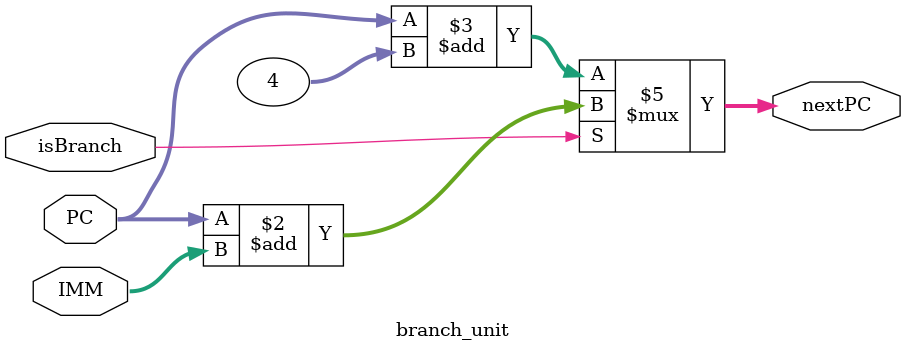
<source format=v>
module branch_unit (
    input wire [31:0] PC,
    input wire [31:0] IMM,
    input wire isBranch,
    output reg [31:0] nextPC
);

    always @(*) begin
        if (isBranch) begin
            nextPC = PC + IMM; // Update PC for branch instruction
        end else begin
            nextPC = PC + 4; // Default next PC
        end
    end

endmodule
</source>
